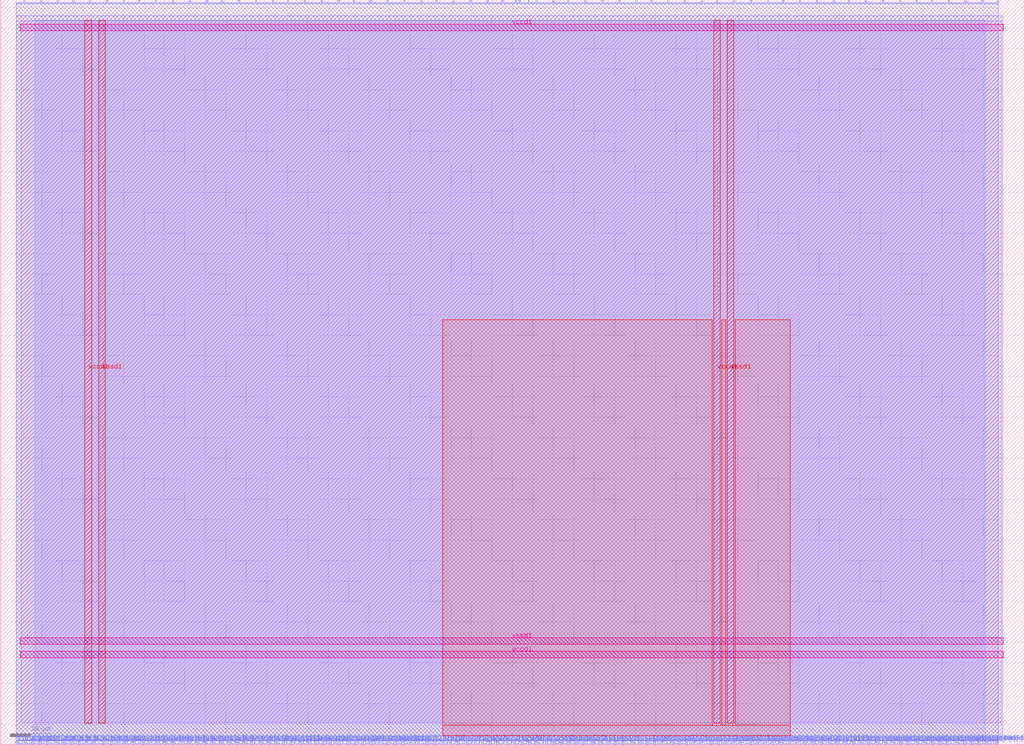
<source format=lef>
VERSION 5.7 ;
  NOWIREEXTENSIONATPIN ON ;
  DIVIDERCHAR "/" ;
  BUSBITCHARS "[]" ;
MACRO N_term_single
  CLASS BLOCK ;
  FOREIGN N_term_single ;
  ORIGIN 0.000 0.000 ;
  SIZE 250.000 BY 182.000 ;
  PIN Ci
    DIRECTION INPUT ;
    USE SIGNAL ;
    PORT
      LAYER met2 ;
        RECT 104.000 0.000 104.380 0.700 ;
    END
  END Ci
  PIN FrameStrobe[0]
    DIRECTION INPUT ;
    USE SIGNAL ;
    ANTENNAGATEAREA 0.196500 ;
    PORT
      LAYER met2 ;
        RECT 206.120 0.000 206.500 0.700 ;
    END
  END FrameStrobe[0]
  PIN FrameStrobe[10]
    DIRECTION INPUT ;
    USE SIGNAL ;
    ANTENNAGATEAREA 0.213000 ;
    PORT
      LAYER met2 ;
        RECT 225.440 0.000 225.820 0.700 ;
    END
  END FrameStrobe[10]
  PIN FrameStrobe[11]
    DIRECTION INPUT ;
    USE SIGNAL ;
    ANTENNAGATEAREA 0.213000 ;
    PORT
      LAYER met2 ;
        RECT 227.280 0.000 227.660 0.700 ;
    END
  END FrameStrobe[11]
  PIN FrameStrobe[12]
    DIRECTION INPUT ;
    USE SIGNAL ;
    ANTENNAGATEAREA 0.126000 ;
    PORT
      LAYER met2 ;
        RECT 229.120 0.000 229.500 0.700 ;
    END
  END FrameStrobe[12]
  PIN FrameStrobe[13]
    DIRECTION INPUT ;
    USE SIGNAL ;
    ANTENNAGATEAREA 0.213000 ;
    PORT
      LAYER met2 ;
        RECT 230.960 0.000 231.340 0.700 ;
    END
  END FrameStrobe[13]
  PIN FrameStrobe[14]
    DIRECTION INPUT ;
    USE SIGNAL ;
    ANTENNAGATEAREA 0.213000 ;
    PORT
      LAYER met2 ;
        RECT 233.260 0.000 233.640 0.700 ;
    END
  END FrameStrobe[14]
  PIN FrameStrobe[15]
    DIRECTION INPUT ;
    USE SIGNAL ;
    ANTENNAGATEAREA 0.213000 ;
    PORT
      LAYER met2 ;
        RECT 235.100 0.000 235.480 0.700 ;
    END
  END FrameStrobe[15]
  PIN FrameStrobe[16]
    DIRECTION INPUT ;
    USE SIGNAL ;
    ANTENNAGATEAREA 0.213000 ;
    PORT
      LAYER met2 ;
        RECT 236.940 0.000 237.320 0.700 ;
    END
  END FrameStrobe[16]
  PIN FrameStrobe[17]
    DIRECTION INPUT ;
    USE SIGNAL ;
    ANTENNAGATEAREA 0.126000 ;
    PORT
      LAYER met2 ;
        RECT 238.780 0.000 239.160 0.700 ;
    END
  END FrameStrobe[17]
  PIN FrameStrobe[18]
    DIRECTION INPUT ;
    USE SIGNAL ;
    ANTENNAGATEAREA 0.126000 ;
    PORT
      LAYER met2 ;
        RECT 240.620 0.000 241.000 0.700 ;
    END
  END FrameStrobe[18]
  PIN FrameStrobe[19]
    DIRECTION INPUT ;
    USE SIGNAL ;
    ANTENNAGATEAREA 0.213000 ;
    PORT
      LAYER met2 ;
        RECT 242.920 0.000 243.300 0.700 ;
    END
  END FrameStrobe[19]
  PIN FrameStrobe[1]
    DIRECTION INPUT ;
    USE SIGNAL ;
    ANTENNAGATEAREA 0.213000 ;
    PORT
      LAYER met2 ;
        RECT 207.960 0.000 208.340 0.700 ;
    END
  END FrameStrobe[1]
  PIN FrameStrobe[2]
    DIRECTION INPUT ;
    USE SIGNAL ;
    ANTENNAGATEAREA 0.213000 ;
    PORT
      LAYER met2 ;
        RECT 209.800 0.000 210.180 0.700 ;
    END
  END FrameStrobe[2]
  PIN FrameStrobe[3]
    DIRECTION INPUT ;
    USE SIGNAL ;
    ANTENNAGATEAREA 0.196500 ;
    PORT
      LAYER met2 ;
        RECT 211.640 0.000 212.020 0.700 ;
    END
  END FrameStrobe[3]
  PIN FrameStrobe[4]
    DIRECTION INPUT ;
    USE SIGNAL ;
    ANTENNAGATEAREA 0.126000 ;
    PORT
      LAYER met2 ;
        RECT 213.940 0.000 214.320 0.700 ;
    END
  END FrameStrobe[4]
  PIN FrameStrobe[5]
    DIRECTION INPUT ;
    USE SIGNAL ;
    ANTENNAGATEAREA 0.213000 ;
    PORT
      LAYER met2 ;
        RECT 215.780 0.000 216.160 0.700 ;
    END
  END FrameStrobe[5]
  PIN FrameStrobe[6]
    DIRECTION INPUT ;
    USE SIGNAL ;
    ANTENNAGATEAREA 0.126000 ;
    PORT
      LAYER met2 ;
        RECT 217.620 0.000 218.000 0.700 ;
    END
  END FrameStrobe[6]
  PIN FrameStrobe[7]
    DIRECTION INPUT ;
    USE SIGNAL ;
    ANTENNAGATEAREA 0.213000 ;
    PORT
      LAYER met2 ;
        RECT 219.460 0.000 219.840 0.700 ;
    END
  END FrameStrobe[7]
  PIN FrameStrobe[8]
    DIRECTION INPUT ;
    USE SIGNAL ;
    ANTENNAGATEAREA 0.213000 ;
    PORT
      LAYER met2 ;
        RECT 221.300 0.000 221.680 0.700 ;
    END
  END FrameStrobe[8]
  PIN FrameStrobe[9]
    DIRECTION INPUT ;
    USE SIGNAL ;
    ANTENNAGATEAREA 0.126000 ;
    PORT
      LAYER met2 ;
        RECT 223.600 0.000 223.980 0.700 ;
    END
  END FrameStrobe[9]
  PIN FrameStrobe_O[0]
    DIRECTION OUTPUT TRISTATE ;
    USE SIGNAL ;
    ANTENNADIFFAREA 0.795200 ;
    PORT
      LAYER met2 ;
        RECT 5.560 181.300 5.940 182.000 ;
    END
  END FrameStrobe_O[0]
  PIN FrameStrobe_O[10]
    DIRECTION OUTPUT TRISTATE ;
    USE SIGNAL ;
    ANTENNADIFFAREA 0.445500 ;
    PORT
      LAYER met2 ;
        RECT 46.040 181.300 46.420 182.000 ;
    END
  END FrameStrobe_O[10]
  PIN FrameStrobe_O[11]
    DIRECTION OUTPUT TRISTATE ;
    USE SIGNAL ;
    ANTENNADIFFAREA 0.445500 ;
    PORT
      LAYER met2 ;
        RECT 50.180 181.300 50.560 182.000 ;
    END
  END FrameStrobe_O[11]
  PIN FrameStrobe_O[12]
    DIRECTION OUTPUT TRISTATE ;
    USE SIGNAL ;
    ANTENNADIFFAREA 0.795200 ;
    PORT
      LAYER met2 ;
        RECT 53.860 181.300 54.240 182.000 ;
    END
  END FrameStrobe_O[12]
  PIN FrameStrobe_O[13]
    DIRECTION OUTPUT TRISTATE ;
    USE SIGNAL ;
    ANTENNADIFFAREA 0.445500 ;
    PORT
      LAYER met2 ;
        RECT 58.000 181.300 58.380 182.000 ;
    END
  END FrameStrobe_O[13]
  PIN FrameStrobe_O[14]
    DIRECTION OUTPUT TRISTATE ;
    USE SIGNAL ;
    ANTENNADIFFAREA 0.795200 ;
    PORT
      LAYER met2 ;
        RECT 62.140 181.300 62.520 182.000 ;
    END
  END FrameStrobe_O[14]
  PIN FrameStrobe_O[15]
    DIRECTION OUTPUT TRISTATE ;
    USE SIGNAL ;
    ANTENNADIFFAREA 0.445500 ;
    PORT
      LAYER met2 ;
        RECT 66.280 181.300 66.660 182.000 ;
    END
  END FrameStrobe_O[15]
  PIN FrameStrobe_O[16]
    DIRECTION OUTPUT TRISTATE ;
    USE SIGNAL ;
    ANTENNADIFFAREA 0.795200 ;
    PORT
      LAYER met2 ;
        RECT 69.960 181.300 70.340 182.000 ;
    END
  END FrameStrobe_O[16]
  PIN FrameStrobe_O[17]
    DIRECTION OUTPUT TRISTATE ;
    USE SIGNAL ;
    ANTENNADIFFAREA 0.795200 ;
    PORT
      LAYER met2 ;
        RECT 74.100 181.300 74.480 182.000 ;
    END
  END FrameStrobe_O[17]
  PIN FrameStrobe_O[18]
    DIRECTION OUTPUT TRISTATE ;
    USE SIGNAL ;
    ANTENNADIFFAREA 0.445500 ;
    PORT
      LAYER met2 ;
        RECT 78.240 181.300 78.620 182.000 ;
    END
  END FrameStrobe_O[18]
  PIN FrameStrobe_O[19]
    DIRECTION OUTPUT TRISTATE ;
    USE SIGNAL ;
    ANTENNADIFFAREA 0.795200 ;
    PORT
      LAYER met2 ;
        RECT 82.380 181.300 82.760 182.000 ;
    END
  END FrameStrobe_O[19]
  PIN FrameStrobe_O[1]
    DIRECTION OUTPUT TRISTATE ;
    USE SIGNAL ;
    ANTENNADIFFAREA 0.445500 ;
    PORT
      LAYER met2 ;
        RECT 9.700 181.300 10.080 182.000 ;
    END
  END FrameStrobe_O[1]
  PIN FrameStrobe_O[2]
    DIRECTION OUTPUT TRISTATE ;
    USE SIGNAL ;
    ANTENNADIFFAREA 0.795200 ;
    PORT
      LAYER met2 ;
        RECT 13.840 181.300 14.220 182.000 ;
    END
  END FrameStrobe_O[2]
  PIN FrameStrobe_O[3]
    DIRECTION OUTPUT TRISTATE ;
    USE SIGNAL ;
    ANTENNADIFFAREA 0.445500 ;
    PORT
      LAYER met2 ;
        RECT 17.520 181.300 17.900 182.000 ;
    END
  END FrameStrobe_O[3]
  PIN FrameStrobe_O[4]
    DIRECTION OUTPUT TRISTATE ;
    USE SIGNAL ;
    ANTENNADIFFAREA 0.795200 ;
    PORT
      LAYER met2 ;
        RECT 21.660 181.300 22.040 182.000 ;
    END
  END FrameStrobe_O[4]
  PIN FrameStrobe_O[5]
    DIRECTION OUTPUT TRISTATE ;
    USE SIGNAL ;
    ANTENNADIFFAREA 0.795200 ;
    PORT
      LAYER met2 ;
        RECT 25.800 181.300 26.180 182.000 ;
    END
  END FrameStrobe_O[5]
  PIN FrameStrobe_O[6]
    DIRECTION OUTPUT TRISTATE ;
    USE SIGNAL ;
    ANTENNADIFFAREA 0.445500 ;
    PORT
      LAYER met2 ;
        RECT 29.940 181.300 30.320 182.000 ;
    END
  END FrameStrobe_O[6]
  PIN FrameStrobe_O[7]
    DIRECTION OUTPUT TRISTATE ;
    USE SIGNAL ;
    ANTENNADIFFAREA 0.795200 ;
    PORT
      LAYER met2 ;
        RECT 33.620 181.300 34.000 182.000 ;
    END
  END FrameStrobe_O[7]
  PIN FrameStrobe_O[8]
    DIRECTION OUTPUT TRISTATE ;
    USE SIGNAL ;
    ANTENNADIFFAREA 0.445500 ;
    PORT
      LAYER met2 ;
        RECT 37.760 181.300 38.140 182.000 ;
    END
  END FrameStrobe_O[8]
  PIN FrameStrobe_O[9]
    DIRECTION OUTPUT TRISTATE ;
    USE SIGNAL ;
    ANTENNADIFFAREA 0.445500 ;
    PORT
      LAYER met2 ;
        RECT 41.900 181.300 42.280 182.000 ;
    END
  END FrameStrobe_O[9]
  PIN N1END[0]
    DIRECTION INPUT ;
    USE SIGNAL ;
    ANTENNAGATEAREA 0.213000 ;
    PORT
      LAYER met2 ;
        RECT 3.720 0.000 4.100 0.700 ;
    END
  END N1END[0]
  PIN N1END[1]
    DIRECTION INPUT ;
    USE SIGNAL ;
    ANTENNAGATEAREA 0.126000 ;
    PORT
      LAYER met2 ;
        RECT 5.560 0.000 5.940 0.700 ;
    END
  END N1END[1]
  PIN N1END[2]
    DIRECTION INPUT ;
    USE SIGNAL ;
    ANTENNAGATEAREA 0.126000 ;
    PORT
      LAYER met2 ;
        RECT 7.400 0.000 7.780 0.700 ;
    END
  END N1END[2]
  PIN N1END[3]
    DIRECTION INPUT ;
    USE SIGNAL ;
    ANTENNAGATEAREA 0.213000 ;
    PORT
      LAYER met2 ;
        RECT 9.240 0.000 9.620 0.700 ;
    END
  END N1END[3]
  PIN N2END[0]
    DIRECTION INPUT ;
    USE SIGNAL ;
    ANTENNAGATEAREA 0.126000 ;
    PORT
      LAYER met2 ;
        RECT 26.720 0.000 27.100 0.700 ;
    END
  END N2END[0]
  PIN N2END[1]
    DIRECTION INPUT ;
    USE SIGNAL ;
    ANTENNAGATEAREA 0.213000 ;
    PORT
      LAYER met2 ;
        RECT 28.560 0.000 28.940 0.700 ;
    END
  END N2END[1]
  PIN N2END[2]
    DIRECTION INPUT ;
    USE SIGNAL ;
    ANTENNAGATEAREA 0.213000 ;
    PORT
      LAYER met2 ;
        RECT 30.400 0.000 30.780 0.700 ;
    END
  END N2END[2]
  PIN N2END[3]
    DIRECTION INPUT ;
    USE SIGNAL ;
    ANTENNAGATEAREA 0.213000 ;
    PORT
      LAYER met2 ;
        RECT 32.240 0.000 32.620 0.700 ;
    END
  END N2END[3]
  PIN N2END[4]
    DIRECTION INPUT ;
    USE SIGNAL ;
    ANTENNAGATEAREA 0.126000 ;
    PORT
      LAYER met2 ;
        RECT 34.540 0.000 34.920 0.700 ;
    END
  END N2END[4]
  PIN N2END[5]
    DIRECTION INPUT ;
    USE SIGNAL ;
    ANTENNAGATEAREA 0.213000 ;
    PORT
      LAYER met2 ;
        RECT 36.380 0.000 36.760 0.700 ;
    END
  END N2END[5]
  PIN N2END[6]
    DIRECTION INPUT ;
    USE SIGNAL ;
    ANTENNAGATEAREA 0.213000 ;
    PORT
      LAYER met2 ;
        RECT 38.220 0.000 38.600 0.700 ;
    END
  END N2END[6]
  PIN N2END[7]
    DIRECTION INPUT ;
    USE SIGNAL ;
    ANTENNAGATEAREA 0.213000 ;
    PORT
      LAYER met2 ;
        RECT 40.060 0.000 40.440 0.700 ;
    END
  END N2END[7]
  PIN N2MID[0]
    DIRECTION INPUT ;
    USE SIGNAL ;
    ANTENNAGATEAREA 0.213000 ;
    PORT
      LAYER met2 ;
        RECT 11.080 0.000 11.460 0.700 ;
    END
  END N2MID[0]
  PIN N2MID[1]
    DIRECTION INPUT ;
    USE SIGNAL ;
    ANTENNAGATEAREA 0.213000 ;
    PORT
      LAYER met2 ;
        RECT 13.380 0.000 13.760 0.700 ;
    END
  END N2MID[1]
  PIN N2MID[2]
    DIRECTION INPUT ;
    USE SIGNAL ;
    ANTENNAGATEAREA 0.213000 ;
    PORT
      LAYER met2 ;
        RECT 15.220 0.000 15.600 0.700 ;
    END
  END N2MID[2]
  PIN N2MID[3]
    DIRECTION INPUT ;
    USE SIGNAL ;
    ANTENNAGATEAREA 0.213000 ;
    PORT
      LAYER met2 ;
        RECT 17.060 0.000 17.440 0.700 ;
    END
  END N2MID[3]
  PIN N2MID[4]
    DIRECTION INPUT ;
    USE SIGNAL ;
    ANTENNAGATEAREA 0.213000 ;
    PORT
      LAYER met2 ;
        RECT 18.900 0.000 19.280 0.700 ;
    END
  END N2MID[4]
  PIN N2MID[5]
    DIRECTION INPUT ;
    USE SIGNAL ;
    ANTENNAGATEAREA 0.213000 ;
    PORT
      LAYER met2 ;
        RECT 20.740 0.000 21.120 0.700 ;
    END
  END N2MID[5]
  PIN N2MID[6]
    DIRECTION INPUT ;
    USE SIGNAL ;
    ANTENNAGATEAREA 0.126000 ;
    PORT
      LAYER met2 ;
        RECT 22.580 0.000 22.960 0.700 ;
    END
  END N2MID[6]
  PIN N2MID[7]
    DIRECTION INPUT ;
    USE SIGNAL ;
    ANTENNAGATEAREA 0.213000 ;
    PORT
      LAYER met2 ;
        RECT 24.880 0.000 25.260 0.700 ;
    END
  END N2MID[7]
  PIN N4END[0]
    DIRECTION INPUT ;
    USE SIGNAL ;
    ANTENNAGATEAREA 0.196500 ;
    PORT
      LAYER met2 ;
        RECT 41.900 0.000 42.280 0.700 ;
    END
  END N4END[0]
  PIN N4END[10]
    DIRECTION INPUT ;
    USE SIGNAL ;
    ANTENNAGATEAREA 0.126000 ;
    PORT
      LAYER met2 ;
        RECT 61.220 0.000 61.600 0.700 ;
    END
  END N4END[10]
  PIN N4END[11]
    DIRECTION INPUT ;
    USE SIGNAL ;
    ANTENNAGATEAREA 0.196500 ;
    PORT
      LAYER met2 ;
        RECT 63.520 0.000 63.900 0.700 ;
    END
  END N4END[11]
  PIN N4END[12]
    DIRECTION INPUT ;
    USE SIGNAL ;
    PORT
      LAYER met2 ;
        RECT 65.360 0.000 65.740 0.700 ;
    END
  END N4END[12]
  PIN N4END[13]
    DIRECTION INPUT ;
    USE SIGNAL ;
    PORT
      LAYER met2 ;
        RECT 67.200 0.000 67.580 0.700 ;
    END
  END N4END[13]
  PIN N4END[14]
    DIRECTION INPUT ;
    USE SIGNAL ;
    PORT
      LAYER met2 ;
        RECT 69.040 0.000 69.420 0.700 ;
    END
  END N4END[14]
  PIN N4END[15]
    DIRECTION INPUT ;
    USE SIGNAL ;
    PORT
      LAYER met2 ;
        RECT 70.880 0.000 71.260 0.700 ;
    END
  END N4END[15]
  PIN N4END[1]
    DIRECTION INPUT ;
    USE SIGNAL ;
    ANTENNAGATEAREA 0.126000 ;
    PORT
      LAYER met2 ;
        RECT 44.200 0.000 44.580 0.700 ;
    END
  END N4END[1]
  PIN N4END[2]
    DIRECTION INPUT ;
    USE SIGNAL ;
    ANTENNAGATEAREA 0.126000 ;
    PORT
      LAYER met2 ;
        RECT 46.040 0.000 46.420 0.700 ;
    END
  END N4END[2]
  PIN N4END[3]
    DIRECTION INPUT ;
    USE SIGNAL ;
    ANTENNAGATEAREA 0.126000 ;
    PORT
      LAYER met2 ;
        RECT 47.880 0.000 48.260 0.700 ;
    END
  END N4END[3]
  PIN N4END[4]
    DIRECTION INPUT ;
    USE SIGNAL ;
    ANTENNAGATEAREA 0.126000 ;
    PORT
      LAYER met2 ;
        RECT 49.720 0.000 50.100 0.700 ;
    END
  END N4END[4]
  PIN N4END[5]
    DIRECTION INPUT ;
    USE SIGNAL ;
    ANTENNAGATEAREA 0.213000 ;
    PORT
      LAYER met2 ;
        RECT 51.560 0.000 51.940 0.700 ;
    END
  END N4END[5]
  PIN N4END[6]
    DIRECTION INPUT ;
    USE SIGNAL ;
    ANTENNAGATEAREA 0.196500 ;
    PORT
      LAYER met2 ;
        RECT 53.860 0.000 54.240 0.700 ;
    END
  END N4END[6]
  PIN N4END[7]
    DIRECTION INPUT ;
    USE SIGNAL ;
    ANTENNAGATEAREA 0.196500 ;
    PORT
      LAYER met2 ;
        RECT 55.700 0.000 56.080 0.700 ;
    END
  END N4END[7]
  PIN N4END[8]
    DIRECTION INPUT ;
    USE SIGNAL ;
    ANTENNAGATEAREA 0.126000 ;
    PORT
      LAYER met2 ;
        RECT 57.540 0.000 57.920 0.700 ;
    END
  END N4END[8]
  PIN N4END[9]
    DIRECTION INPUT ;
    USE SIGNAL ;
    ANTENNAGATEAREA 0.196500 ;
    PORT
      LAYER met2 ;
        RECT 59.380 0.000 59.760 0.700 ;
    END
  END N4END[9]
  PIN NN4END[0]
    DIRECTION INPUT ;
    USE SIGNAL ;
    ANTENNAGATEAREA 0.213000 ;
    PORT
      LAYER met2 ;
        RECT 73.180 0.000 73.560 0.700 ;
    END
  END NN4END[0]
  PIN NN4END[10]
    DIRECTION INPUT ;
    USE SIGNAL ;
    ANTENNAGATEAREA 0.196500 ;
    PORT
      LAYER met2 ;
        RECT 92.040 0.000 92.420 0.700 ;
    END
  END NN4END[10]
  PIN NN4END[11]
    DIRECTION INPUT ;
    USE SIGNAL ;
    ANTENNAGATEAREA 0.196500 ;
    PORT
      LAYER met2 ;
        RECT 94.340 0.000 94.720 0.700 ;
    END
  END NN4END[11]
  PIN NN4END[12]
    DIRECTION INPUT ;
    USE SIGNAL ;
    ANTENNAGATEAREA 0.196500 ;
    PORT
      LAYER met2 ;
        RECT 96.180 0.000 96.560 0.700 ;
    END
  END NN4END[12]
  PIN NN4END[13]
    DIRECTION INPUT ;
    USE SIGNAL ;
    ANTENNAGATEAREA 0.196500 ;
    PORT
      LAYER met2 ;
        RECT 98.020 0.000 98.400 0.700 ;
    END
  END NN4END[13]
  PIN NN4END[14]
    DIRECTION INPUT ;
    USE SIGNAL ;
    ANTENNAGATEAREA 0.196500 ;
    PORT
      LAYER met2 ;
        RECT 99.860 0.000 100.240 0.700 ;
    END
  END NN4END[14]
  PIN NN4END[15]
    DIRECTION INPUT ;
    USE SIGNAL ;
    ANTENNAGATEAREA 0.196500 ;
    PORT
      LAYER met2 ;
        RECT 101.700 0.000 102.080 0.700 ;
    END
  END NN4END[15]
  PIN NN4END[1]
    DIRECTION INPUT ;
    USE SIGNAL ;
    ANTENNAGATEAREA 0.126000 ;
    PORT
      LAYER met2 ;
        RECT 75.020 0.000 75.400 0.700 ;
    END
  END NN4END[1]
  PIN NN4END[2]
    DIRECTION INPUT ;
    USE SIGNAL ;
    ANTENNAGATEAREA 0.196500 ;
    PORT
      LAYER met2 ;
        RECT 76.860 0.000 77.240 0.700 ;
    END
  END NN4END[2]
  PIN NN4END[3]
    DIRECTION INPUT ;
    USE SIGNAL ;
    ANTENNAGATEAREA 0.126000 ;
    PORT
      LAYER met2 ;
        RECT 78.700 0.000 79.080 0.700 ;
    END
  END NN4END[3]
  PIN NN4END[4]
    DIRECTION INPUT ;
    USE SIGNAL ;
    ANTENNAGATEAREA 0.196500 ;
    PORT
      LAYER met2 ;
        RECT 80.540 0.000 80.920 0.700 ;
    END
  END NN4END[4]
  PIN NN4END[5]
    DIRECTION INPUT ;
    USE SIGNAL ;
    ANTENNAGATEAREA 0.196500 ;
    PORT
      LAYER met2 ;
        RECT 82.380 0.000 82.760 0.700 ;
    END
  END NN4END[5]
  PIN NN4END[6]
    DIRECTION INPUT ;
    USE SIGNAL ;
    ANTENNAGATEAREA 0.196500 ;
    PORT
      LAYER met2 ;
        RECT 84.680 0.000 85.060 0.700 ;
    END
  END NN4END[6]
  PIN NN4END[7]
    DIRECTION INPUT ;
    USE SIGNAL ;
    ANTENNAGATEAREA 0.196500 ;
    PORT
      LAYER met2 ;
        RECT 86.520 0.000 86.900 0.700 ;
    END
  END NN4END[7]
  PIN NN4END[8]
    DIRECTION INPUT ;
    USE SIGNAL ;
    ANTENNAGATEAREA 0.196500 ;
    PORT
      LAYER met2 ;
        RECT 88.360 0.000 88.740 0.700 ;
    END
  END NN4END[8]
  PIN NN4END[9]
    DIRECTION INPUT ;
    USE SIGNAL ;
    ANTENNAGATEAREA 0.196500 ;
    PORT
      LAYER met2 ;
        RECT 90.200 0.000 90.580 0.700 ;
    END
  END NN4END[9]
  PIN S1BEG[0]
    DIRECTION OUTPUT TRISTATE ;
    USE SIGNAL ;
    ANTENNADIFFAREA 0.445500 ;
    PORT
      LAYER met2 ;
        RECT 105.840 0.000 106.220 0.700 ;
    END
  END S1BEG[0]
  PIN S1BEG[1]
    DIRECTION OUTPUT TRISTATE ;
    USE SIGNAL ;
    ANTENNADIFFAREA 0.445500 ;
    PORT
      LAYER met2 ;
        RECT 107.680 0.000 108.060 0.700 ;
    END
  END S1BEG[1]
  PIN S1BEG[2]
    DIRECTION OUTPUT TRISTATE ;
    USE SIGNAL ;
    ANTENNADIFFAREA 0.795200 ;
    PORT
      LAYER met2 ;
        RECT 109.520 0.000 109.900 0.700 ;
    END
  END S1BEG[2]
  PIN S1BEG[3]
    DIRECTION OUTPUT TRISTATE ;
    USE SIGNAL ;
    ANTENNADIFFAREA 0.445500 ;
    PORT
      LAYER met2 ;
        RECT 111.360 0.000 111.740 0.700 ;
    END
  END S1BEG[3]
  PIN S2BEG[0]
    DIRECTION OUTPUT TRISTATE ;
    USE SIGNAL ;
    ANTENNADIFFAREA 0.445500 ;
    PORT
      LAYER met2 ;
        RECT 113.660 0.000 114.040 0.700 ;
    END
  END S2BEG[0]
  PIN S2BEG[1]
    DIRECTION OUTPUT TRISTATE ;
    USE SIGNAL ;
    ANTENNADIFFAREA 0.445500 ;
    PORT
      LAYER met2 ;
        RECT 115.500 0.000 115.880 0.700 ;
    END
  END S2BEG[1]
  PIN S2BEG[2]
    DIRECTION OUTPUT TRISTATE ;
    USE SIGNAL ;
    ANTENNADIFFAREA 0.795200 ;
    PORT
      LAYER met2 ;
        RECT 117.340 0.000 117.720 0.700 ;
    END
  END S2BEG[2]
  PIN S2BEG[3]
    DIRECTION OUTPUT TRISTATE ;
    USE SIGNAL ;
    ANTENNADIFFAREA 0.445500 ;
    PORT
      LAYER met2 ;
        RECT 119.180 0.000 119.560 0.700 ;
    END
  END S2BEG[3]
  PIN S2BEG[4]
    DIRECTION OUTPUT TRISTATE ;
    USE SIGNAL ;
    ANTENNADIFFAREA 0.445500 ;
    PORT
      LAYER met2 ;
        RECT 121.020 0.000 121.400 0.700 ;
    END
  END S2BEG[4]
  PIN S2BEG[5]
    DIRECTION OUTPUT TRISTATE ;
    USE SIGNAL ;
    ANTENNADIFFAREA 0.795200 ;
    PORT
      LAYER met2 ;
        RECT 123.320 0.000 123.700 0.700 ;
    END
  END S2BEG[5]
  PIN S2BEG[6]
    DIRECTION OUTPUT TRISTATE ;
    USE SIGNAL ;
    ANTENNADIFFAREA 0.445500 ;
    PORT
      LAYER met2 ;
        RECT 125.160 0.000 125.540 0.700 ;
    END
  END S2BEG[6]
  PIN S2BEG[7]
    DIRECTION OUTPUT TRISTATE ;
    USE SIGNAL ;
    ANTENNADIFFAREA 0.445500 ;
    PORT
      LAYER met2 ;
        RECT 127.000 0.000 127.380 0.700 ;
    END
  END S2BEG[7]
  PIN S2BEGb[0]
    DIRECTION OUTPUT TRISTATE ;
    USE SIGNAL ;
    ANTENNADIFFAREA 0.445500 ;
    PORT
      LAYER met2 ;
        RECT 128.840 0.000 129.220 0.700 ;
    END
  END S2BEGb[0]
  PIN S2BEGb[1]
    DIRECTION OUTPUT TRISTATE ;
    USE SIGNAL ;
    ANTENNADIFFAREA 0.795200 ;
    PORT
      LAYER met2 ;
        RECT 130.680 0.000 131.060 0.700 ;
    END
  END S2BEGb[1]
  PIN S2BEGb[2]
    DIRECTION OUTPUT TRISTATE ;
    USE SIGNAL ;
    ANTENNADIFFAREA 0.445500 ;
    PORT
      LAYER met2 ;
        RECT 132.980 0.000 133.360 0.700 ;
    END
  END S2BEGb[2]
  PIN S2BEGb[3]
    DIRECTION OUTPUT TRISTATE ;
    USE SIGNAL ;
    ANTENNADIFFAREA 0.445500 ;
    PORT
      LAYER met2 ;
        RECT 134.820 0.000 135.200 0.700 ;
    END
  END S2BEGb[3]
  PIN S2BEGb[4]
    DIRECTION OUTPUT TRISTATE ;
    USE SIGNAL ;
    ANTENNADIFFAREA 0.795200 ;
    PORT
      LAYER met2 ;
        RECT 136.660 0.000 137.040 0.700 ;
    END
  END S2BEGb[4]
  PIN S2BEGb[5]
    DIRECTION OUTPUT TRISTATE ;
    USE SIGNAL ;
    ANTENNADIFFAREA 0.445500 ;
    PORT
      LAYER met2 ;
        RECT 138.500 0.000 138.880 0.700 ;
    END
  END S2BEGb[5]
  PIN S2BEGb[6]
    DIRECTION OUTPUT TRISTATE ;
    USE SIGNAL ;
    ANTENNADIFFAREA 0.445500 ;
    PORT
      LAYER met2 ;
        RECT 140.340 0.000 140.720 0.700 ;
    END
  END S2BEGb[6]
  PIN S2BEGb[7]
    DIRECTION OUTPUT TRISTATE ;
    USE SIGNAL ;
    ANTENNADIFFAREA 0.445500 ;
    PORT
      LAYER met2 ;
        RECT 142.180 0.000 142.560 0.700 ;
    END
  END S2BEGb[7]
  PIN S4BEG[0]
    DIRECTION OUTPUT TRISTATE ;
    USE SIGNAL ;
    ANTENNADIFFAREA 0.795200 ;
    PORT
      LAYER met2 ;
        RECT 144.480 0.000 144.860 0.700 ;
    END
  END S4BEG[0]
  PIN S4BEG[10]
    DIRECTION OUTPUT TRISTATE ;
    USE SIGNAL ;
    ANTENNADIFFAREA 0.795200 ;
    PORT
      LAYER met2 ;
        RECT 163.800 0.000 164.180 0.700 ;
    END
  END S4BEG[10]
  PIN S4BEG[11]
    DIRECTION OUTPUT TRISTATE ;
    USE SIGNAL ;
    ANTENNADIFFAREA 0.795200 ;
    PORT
      LAYER met2 ;
        RECT 165.640 0.000 166.020 0.700 ;
    END
  END S4BEG[11]
  PIN S4BEG[12]
    DIRECTION OUTPUT TRISTATE ;
    USE SIGNAL ;
    ANTENNADIFFAREA 0.795200 ;
    PORT
      LAYER met2 ;
        RECT 167.480 0.000 167.860 0.700 ;
    END
  END S4BEG[12]
  PIN S4BEG[13]
    DIRECTION OUTPUT TRISTATE ;
    USE SIGNAL ;
    ANTENNADIFFAREA 0.795200 ;
    PORT
      LAYER met2 ;
        RECT 169.320 0.000 169.700 0.700 ;
    END
  END S4BEG[13]
  PIN S4BEG[14]
    DIRECTION OUTPUT TRISTATE ;
    USE SIGNAL ;
    ANTENNADIFFAREA 0.795200 ;
    PORT
      LAYER met2 ;
        RECT 171.160 0.000 171.540 0.700 ;
    END
  END S4BEG[14]
  PIN S4BEG[15]
    DIRECTION OUTPUT TRISTATE ;
    USE SIGNAL ;
    ANTENNADIFFAREA 0.445500 ;
    PORT
      LAYER met2 ;
        RECT 173.460 0.000 173.840 0.700 ;
    END
  END S4BEG[15]
  PIN S4BEG[1]
    DIRECTION OUTPUT TRISTATE ;
    USE SIGNAL ;
    ANTENNADIFFAREA 0.445500 ;
    PORT
      LAYER met2 ;
        RECT 146.320 0.000 146.700 0.700 ;
    END
  END S4BEG[1]
  PIN S4BEG[2]
    DIRECTION OUTPUT TRISTATE ;
    USE SIGNAL ;
    ANTENNADIFFAREA 0.795200 ;
    PORT
      LAYER met2 ;
        RECT 148.160 0.000 148.540 0.700 ;
    END
  END S4BEG[2]
  PIN S4BEG[3]
    DIRECTION OUTPUT TRISTATE ;
    USE SIGNAL ;
    ANTENNADIFFAREA 0.795200 ;
    PORT
      LAYER met2 ;
        RECT 150.000 0.000 150.380 0.700 ;
    END
  END S4BEG[3]
  PIN S4BEG[4]
    DIRECTION OUTPUT TRISTATE ;
    USE SIGNAL ;
    ANTENNADIFFAREA 0.445500 ;
    PORT
      LAYER met2 ;
        RECT 151.840 0.000 152.220 0.700 ;
    END
  END S4BEG[4]
  PIN S4BEG[5]
    DIRECTION OUTPUT TRISTATE ;
    USE SIGNAL ;
    ANTENNADIFFAREA 0.445500 ;
    PORT
      LAYER met2 ;
        RECT 154.140 0.000 154.520 0.700 ;
    END
  END S4BEG[5]
  PIN S4BEG[6]
    DIRECTION OUTPUT TRISTATE ;
    USE SIGNAL ;
    ANTENNADIFFAREA 0.795200 ;
    PORT
      LAYER met2 ;
        RECT 155.980 0.000 156.360 0.700 ;
    END
  END S4BEG[6]
  PIN S4BEG[7]
    DIRECTION OUTPUT TRISTATE ;
    USE SIGNAL ;
    ANTENNADIFFAREA 0.795200 ;
    PORT
      LAYER met2 ;
        RECT 157.820 0.000 158.200 0.700 ;
    END
  END S4BEG[7]
  PIN S4BEG[8]
    DIRECTION OUTPUT TRISTATE ;
    USE SIGNAL ;
    ANTENNADIFFAREA 0.795200 ;
    PORT
      LAYER met2 ;
        RECT 159.660 0.000 160.040 0.700 ;
    END
  END S4BEG[8]
  PIN S4BEG[9]
    DIRECTION OUTPUT TRISTATE ;
    USE SIGNAL ;
    ANTENNADIFFAREA 0.795200 ;
    PORT
      LAYER met2 ;
        RECT 161.500 0.000 161.880 0.700 ;
    END
  END S4BEG[9]
  PIN SS4BEG[0]
    DIRECTION OUTPUT TRISTATE ;
    USE SIGNAL ;
    ANTENNADIFFAREA 0.795200 ;
    PORT
      LAYER met2 ;
        RECT 175.300 0.000 175.680 0.700 ;
    END
  END SS4BEG[0]
  PIN SS4BEG[10]
    DIRECTION OUTPUT TRISTATE ;
    USE SIGNAL ;
    ANTENNADIFFAREA 0.795200 ;
    PORT
      LAYER met2 ;
        RECT 194.620 0.000 195.000 0.700 ;
    END
  END SS4BEG[10]
  PIN SS4BEG[11]
    DIRECTION OUTPUT TRISTATE ;
    USE SIGNAL ;
    ANTENNADIFFAREA 0.795200 ;
    PORT
      LAYER met2 ;
        RECT 196.460 0.000 196.840 0.700 ;
    END
  END SS4BEG[11]
  PIN SS4BEG[12]
    DIRECTION OUTPUT TRISTATE ;
    USE SIGNAL ;
    ANTENNADIFFAREA 0.795200 ;
    PORT
      LAYER met2 ;
        RECT 198.300 0.000 198.680 0.700 ;
    END
  END SS4BEG[12]
  PIN SS4BEG[13]
    DIRECTION OUTPUT TRISTATE ;
    USE SIGNAL ;
    ANTENNADIFFAREA 0.795200 ;
    PORT
      LAYER met2 ;
        RECT 200.140 0.000 200.520 0.700 ;
    END
  END SS4BEG[13]
  PIN SS4BEG[14]
    DIRECTION OUTPUT TRISTATE ;
    USE SIGNAL ;
    ANTENNADIFFAREA 0.795200 ;
    PORT
      LAYER met2 ;
        RECT 201.980 0.000 202.360 0.700 ;
    END
  END SS4BEG[14]
  PIN SS4BEG[15]
    DIRECTION OUTPUT TRISTATE ;
    USE SIGNAL ;
    ANTENNADIFFAREA 0.795200 ;
    PORT
      LAYER met2 ;
        RECT 204.280 0.000 204.660 0.700 ;
    END
  END SS4BEG[15]
  PIN SS4BEG[1]
    DIRECTION OUTPUT TRISTATE ;
    USE SIGNAL ;
    ANTENNADIFFAREA 0.795200 ;
    PORT
      LAYER met2 ;
        RECT 177.140 0.000 177.520 0.700 ;
    END
  END SS4BEG[1]
  PIN SS4BEG[2]
    DIRECTION OUTPUT TRISTATE ;
    USE SIGNAL ;
    ANTENNADIFFAREA 0.795200 ;
    PORT
      LAYER met2 ;
        RECT 178.980 0.000 179.360 0.700 ;
    END
  END SS4BEG[2]
  PIN SS4BEG[3]
    DIRECTION OUTPUT TRISTATE ;
    USE SIGNAL ;
    ANTENNADIFFAREA 0.795200 ;
    PORT
      LAYER met2 ;
        RECT 180.820 0.000 181.200 0.700 ;
    END
  END SS4BEG[3]
  PIN SS4BEG[4]
    DIRECTION OUTPUT TRISTATE ;
    USE SIGNAL ;
    ANTENNADIFFAREA 0.795200 ;
    PORT
      LAYER met2 ;
        RECT 183.120 0.000 183.500 0.700 ;
    END
  END SS4BEG[4]
  PIN SS4BEG[5]
    DIRECTION OUTPUT TRISTATE ;
    USE SIGNAL ;
    ANTENNADIFFAREA 0.795200 ;
    PORT
      LAYER met2 ;
        RECT 184.960 0.000 185.340 0.700 ;
    END
  END SS4BEG[5]
  PIN SS4BEG[6]
    DIRECTION OUTPUT TRISTATE ;
    USE SIGNAL ;
    ANTENNADIFFAREA 0.445500 ;
    PORT
      LAYER met2 ;
        RECT 186.800 0.000 187.180 0.700 ;
    END
  END SS4BEG[6]
  PIN SS4BEG[7]
    DIRECTION OUTPUT TRISTATE ;
    USE SIGNAL ;
    ANTENNADIFFAREA 0.445500 ;
    PORT
      LAYER met2 ;
        RECT 188.640 0.000 189.020 0.700 ;
    END
  END SS4BEG[7]
  PIN SS4BEG[8]
    DIRECTION OUTPUT TRISTATE ;
    USE SIGNAL ;
    ANTENNADIFFAREA 0.795200 ;
    PORT
      LAYER met2 ;
        RECT 190.480 0.000 190.860 0.700 ;
    END
  END SS4BEG[8]
  PIN SS4BEG[9]
    DIRECTION OUTPUT TRISTATE ;
    USE SIGNAL ;
    ANTENNADIFFAREA 0.795200 ;
    PORT
      LAYER met2 ;
        RECT 192.780 0.000 193.160 0.700 ;
    END
  END SS4BEG[9]
  PIN UIO_TOP_UIN0
    DIRECTION INPUT ;
    USE SIGNAL ;
    ANTENNAGATEAREA 0.196500 ;
    PORT
      LAYER met2 ;
        RECT 167.020 181.300 167.400 182.000 ;
    END
  END UIO_TOP_UIN0
  PIN UIO_TOP_UIN1
    DIRECTION INPUT ;
    USE SIGNAL ;
    ANTENNAGATEAREA 0.196500 ;
    PORT
      LAYER met2 ;
        RECT 171.160 181.300 171.540 182.000 ;
    END
  END UIO_TOP_UIN1
  PIN UIO_TOP_UIN10
    DIRECTION INPUT ;
    USE SIGNAL ;
    ANTENNAGATEAREA 0.196500 ;
    PORT
      LAYER met2 ;
        RECT 174.840 181.300 175.220 182.000 ;
    END
  END UIO_TOP_UIN10
  PIN UIO_TOP_UIN11
    DIRECTION INPUT ;
    USE SIGNAL ;
    ANTENNAGATEAREA 0.196500 ;
    PORT
      LAYER met2 ;
        RECT 178.980 181.300 179.360 182.000 ;
    END
  END UIO_TOP_UIN11
  PIN UIO_TOP_UIN12
    DIRECTION INPUT ;
    USE SIGNAL ;
    ANTENNAGATEAREA 0.196500 ;
    PORT
      LAYER met2 ;
        RECT 183.120 181.300 183.500 182.000 ;
    END
  END UIO_TOP_UIN12
  PIN UIO_TOP_UIN13
    DIRECTION INPUT ;
    USE SIGNAL ;
    ANTENNAGATEAREA 0.126000 ;
    PORT
      LAYER met2 ;
        RECT 187.260 181.300 187.640 182.000 ;
    END
  END UIO_TOP_UIN13
  PIN UIO_TOP_UIN14
    DIRECTION INPUT ;
    USE SIGNAL ;
    ANTENNAGATEAREA 0.126000 ;
    PORT
      LAYER met2 ;
        RECT 190.940 181.300 191.320 182.000 ;
    END
  END UIO_TOP_UIN14
  PIN UIO_TOP_UIN15
    DIRECTION INPUT ;
    USE SIGNAL ;
    ANTENNAGATEAREA 0.126000 ;
    PORT
      LAYER met2 ;
        RECT 195.080 181.300 195.460 182.000 ;
    END
  END UIO_TOP_UIN15
  PIN UIO_TOP_UIN16
    DIRECTION INPUT ;
    USE SIGNAL ;
    ANTENNAGATEAREA 0.213000 ;
    PORT
      LAYER met2 ;
        RECT 199.220 181.300 199.600 182.000 ;
    END
  END UIO_TOP_UIN16
  PIN UIO_TOP_UIN17
    DIRECTION INPUT ;
    USE SIGNAL ;
    ANTENNAGATEAREA 0.213000 ;
    PORT
      LAYER met2 ;
        RECT 203.360 181.300 203.740 182.000 ;
    END
  END UIO_TOP_UIN17
  PIN UIO_TOP_UIN18
    DIRECTION INPUT ;
    USE SIGNAL ;
    ANTENNAGATEAREA 0.213000 ;
    PORT
      LAYER met2 ;
        RECT 207.040 181.300 207.420 182.000 ;
    END
  END UIO_TOP_UIN18
  PIN UIO_TOP_UIN19
    DIRECTION INPUT ;
    USE SIGNAL ;
    ANTENNAGATEAREA 0.213000 ;
    PORT
      LAYER met2 ;
        RECT 211.180 181.300 211.560 182.000 ;
    END
  END UIO_TOP_UIN19
  PIN UIO_TOP_UIN2
    DIRECTION INPUT ;
    USE SIGNAL ;
    ANTENNAGATEAREA 0.213000 ;
    PORT
      LAYER met2 ;
        RECT 215.320 181.300 215.700 182.000 ;
    END
  END UIO_TOP_UIN2
  PIN UIO_TOP_UIN3
    DIRECTION INPUT ;
    USE SIGNAL ;
    ANTENNAGATEAREA 0.126000 ;
    PORT
      LAYER met2 ;
        RECT 219.460 181.300 219.840 182.000 ;
    END
  END UIO_TOP_UIN3
  PIN UIO_TOP_UIN4
    DIRECTION INPUT ;
    USE SIGNAL ;
    ANTENNAGATEAREA 0.213000 ;
    PORT
      LAYER met2 ;
        RECT 223.600 181.300 223.980 182.000 ;
    END
  END UIO_TOP_UIN4
  PIN UIO_TOP_UIN5
    DIRECTION INPUT ;
    USE SIGNAL ;
    ANTENNAGATEAREA 0.213000 ;
    PORT
      LAYER met2 ;
        RECT 227.280 181.300 227.660 182.000 ;
    END
  END UIO_TOP_UIN5
  PIN UIO_TOP_UIN6
    DIRECTION INPUT ;
    USE SIGNAL ;
    ANTENNAGATEAREA 0.213000 ;
    PORT
      LAYER met2 ;
        RECT 231.420 181.300 231.800 182.000 ;
    END
  END UIO_TOP_UIN6
  PIN UIO_TOP_UIN7
    DIRECTION INPUT ;
    USE SIGNAL ;
    ANTENNAGATEAREA 0.126000 ;
    PORT
      LAYER met2 ;
        RECT 235.560 181.300 235.940 182.000 ;
    END
  END UIO_TOP_UIN7
  PIN UIO_TOP_UIN8
    DIRECTION INPUT ;
    USE SIGNAL ;
    ANTENNAGATEAREA 0.213000 ;
    PORT
      LAYER met2 ;
        RECT 239.700 181.300 240.080 182.000 ;
    END
  END UIO_TOP_UIN8
  PIN UIO_TOP_UIN9
    DIRECTION INPUT ;
    USE SIGNAL ;
    ANTENNAGATEAREA 0.126000 ;
    PORT
      LAYER met2 ;
        RECT 243.380 181.300 243.760 182.000 ;
    END
  END UIO_TOP_UIN9
  PIN UIO_TOP_UOUT0
    DIRECTION OUTPUT TRISTATE ;
    USE SIGNAL ;
    ANTENNADIFFAREA 0.445500 ;
    PORT
      LAYER met2 ;
        RECT 86.060 181.300 86.440 182.000 ;
    END
  END UIO_TOP_UOUT0
  PIN UIO_TOP_UOUT1
    DIRECTION OUTPUT TRISTATE ;
    USE SIGNAL ;
    ANTENNADIFFAREA 0.795200 ;
    PORT
      LAYER met2 ;
        RECT 90.200 181.300 90.580 182.000 ;
    END
  END UIO_TOP_UOUT1
  PIN UIO_TOP_UOUT10
    DIRECTION OUTPUT TRISTATE ;
    USE SIGNAL ;
    ANTENNADIFFAREA 0.795200 ;
    PORT
      LAYER met2 ;
        RECT 94.340 181.300 94.720 182.000 ;
    END
  END UIO_TOP_UOUT10
  PIN UIO_TOP_UOUT11
    DIRECTION OUTPUT TRISTATE ;
    USE SIGNAL ;
    ANTENNADIFFAREA 0.445500 ;
    PORT
      LAYER met2 ;
        RECT 98.480 181.300 98.860 182.000 ;
    END
  END UIO_TOP_UOUT11
  PIN UIO_TOP_UOUT12
    DIRECTION OUTPUT TRISTATE ;
    USE SIGNAL ;
    ANTENNADIFFAREA 0.795200 ;
    PORT
      LAYER met2 ;
        RECT 102.620 181.300 103.000 182.000 ;
    END
  END UIO_TOP_UOUT12
  PIN UIO_TOP_UOUT13
    DIRECTION OUTPUT TRISTATE ;
    USE SIGNAL ;
    ANTENNADIFFAREA 0.445500 ;
    PORT
      LAYER met2 ;
        RECT 106.300 181.300 106.680 182.000 ;
    END
  END UIO_TOP_UOUT13
  PIN UIO_TOP_UOUT14
    DIRECTION OUTPUT TRISTATE ;
    USE SIGNAL ;
    ANTENNADIFFAREA 0.795200 ;
    PORT
      LAYER met2 ;
        RECT 110.440 181.300 110.820 182.000 ;
    END
  END UIO_TOP_UOUT14
  PIN UIO_TOP_UOUT15
    DIRECTION OUTPUT TRISTATE ;
    USE SIGNAL ;
    ANTENNADIFFAREA 0.445500 ;
    PORT
      LAYER met2 ;
        RECT 114.580 181.300 114.960 182.000 ;
    END
  END UIO_TOP_UOUT15
  PIN UIO_TOP_UOUT16
    DIRECTION OUTPUT TRISTATE ;
    USE SIGNAL ;
    ANTENNADIFFAREA 0.445500 ;
    PORT
      LAYER met2 ;
        RECT 118.720 181.300 119.100 182.000 ;
    END
  END UIO_TOP_UOUT16
  PIN UIO_TOP_UOUT17
    DIRECTION OUTPUT TRISTATE ;
    USE SIGNAL ;
    ANTENNADIFFAREA 0.795200 ;
    PORT
      LAYER met2 ;
        RECT 122.400 181.300 122.780 182.000 ;
    END
  END UIO_TOP_UOUT17
  PIN UIO_TOP_UOUT18
    DIRECTION OUTPUT TRISTATE ;
    USE SIGNAL ;
    ANTENNADIFFAREA 0.445500 ;
    PORT
      LAYER met2 ;
        RECT 126.540 181.300 126.920 182.000 ;
    END
  END UIO_TOP_UOUT18
  PIN UIO_TOP_UOUT19
    DIRECTION OUTPUT TRISTATE ;
    USE SIGNAL ;
    ANTENNADIFFAREA 0.795200 ;
    PORT
      LAYER met2 ;
        RECT 130.680 181.300 131.060 182.000 ;
    END
  END UIO_TOP_UOUT19
  PIN UIO_TOP_UOUT2
    DIRECTION OUTPUT TRISTATE ;
    USE SIGNAL ;
    ANTENNADIFFAREA 0.445500 ;
    PORT
      LAYER met2 ;
        RECT 134.820 181.300 135.200 182.000 ;
    END
  END UIO_TOP_UOUT2
  PIN UIO_TOP_UOUT3
    DIRECTION OUTPUT TRISTATE ;
    USE SIGNAL ;
    ANTENNADIFFAREA 0.795200 ;
    PORT
      LAYER met2 ;
        RECT 138.500 181.300 138.880 182.000 ;
    END
  END UIO_TOP_UOUT3
  PIN UIO_TOP_UOUT4
    DIRECTION OUTPUT TRISTATE ;
    USE SIGNAL ;
    ANTENNADIFFAREA 0.795200 ;
    PORT
      LAYER met2 ;
        RECT 142.640 181.300 143.020 182.000 ;
    END
  END UIO_TOP_UOUT4
  PIN UIO_TOP_UOUT5
    DIRECTION OUTPUT TRISTATE ;
    USE SIGNAL ;
    ANTENNADIFFAREA 0.445500 ;
    PORT
      LAYER met2 ;
        RECT 146.780 181.300 147.160 182.000 ;
    END
  END UIO_TOP_UOUT5
  PIN UIO_TOP_UOUT6
    DIRECTION OUTPUT TRISTATE ;
    USE SIGNAL ;
    ANTENNADIFFAREA 0.795200 ;
    PORT
      LAYER met2 ;
        RECT 150.920 181.300 151.300 182.000 ;
    END
  END UIO_TOP_UOUT6
  PIN UIO_TOP_UOUT7
    DIRECTION OUTPUT TRISTATE ;
    USE SIGNAL ;
    ANTENNADIFFAREA 0.445500 ;
    PORT
      LAYER met2 ;
        RECT 155.060 181.300 155.440 182.000 ;
    END
  END UIO_TOP_UOUT7
  PIN UIO_TOP_UOUT8
    DIRECTION OUTPUT TRISTATE ;
    USE SIGNAL ;
    ANTENNADIFFAREA 0.795200 ;
    PORT
      LAYER met2 ;
        RECT 158.740 181.300 159.120 182.000 ;
    END
  END UIO_TOP_UOUT8
  PIN UIO_TOP_UOUT9
    DIRECTION OUTPUT TRISTATE ;
    USE SIGNAL ;
    ANTENNADIFFAREA 0.445500 ;
    PORT
      LAYER met2 ;
        RECT 162.880 181.300 163.260 182.000 ;
    END
  END UIO_TOP_UOUT9
  PIN UserCLK
    DIRECTION INPUT ;
    USE SIGNAL ;
    ANTENNAGATEAREA 0.159000 ;
    PORT
      LAYER met2 ;
        RECT 128.890 181.300 129.170 182.000 ;
    END
  END UserCLK
  PIN UserCLKo
    DIRECTION OUTPUT TRISTATE ;
    USE SIGNAL ;
    ANTENNADIFFAREA 0.340600 ;
    PORT
      LAYER met2 ;
        RECT 125.670 181.300 125.950 182.000 ;
    END
  END UserCLKo
  PIN vccd1
    DIRECTION INOUT ;
    USE POWER ;
    PORT
      LAYER met4 ;
        RECT 20.580 5.200 22.180 177.040 ;
    END
    PORT
      LAYER met4 ;
        RECT 174.180 5.200 175.780 177.040 ;
    END
    PORT
      LAYER met5 ;
        RECT 4.820 21.290 244.960 22.890 ;
    END
    PORT
      LAYER met5 ;
        RECT 4.820 174.470 244.960 176.070 ;
    END
  END vccd1
  PIN vssd1
    DIRECTION INOUT ;
    USE GROUND ;
    PORT
      LAYER met4 ;
        RECT 23.880 5.200 25.480 177.040 ;
    END
    PORT
      LAYER met4 ;
        RECT 177.480 5.200 179.080 177.040 ;
    END
    PORT
      LAYER met5 ;
        RECT 4.820 24.590 244.960 26.190 ;
    END
  END vssd1
  OBS
      LAYER li1 ;
        RECT 5.060 5.355 244.720 176.885 ;
      LAYER met1 ;
        RECT 3.750 1.060 244.720 178.120 ;
      LAYER met2 ;
        RECT 3.780 181.020 5.280 181.300 ;
        RECT 6.220 181.020 9.420 181.300 ;
        RECT 10.360 181.020 13.560 181.300 ;
        RECT 14.500 181.020 17.240 181.300 ;
        RECT 18.180 181.020 21.380 181.300 ;
        RECT 22.320 181.020 25.520 181.300 ;
        RECT 26.460 181.020 29.660 181.300 ;
        RECT 30.600 181.020 33.340 181.300 ;
        RECT 34.280 181.020 37.480 181.300 ;
        RECT 38.420 181.020 41.620 181.300 ;
        RECT 42.560 181.020 45.760 181.300 ;
        RECT 46.700 181.020 49.900 181.300 ;
        RECT 50.840 181.020 53.580 181.300 ;
        RECT 54.520 181.020 57.720 181.300 ;
        RECT 58.660 181.020 61.860 181.300 ;
        RECT 62.800 181.020 66.000 181.300 ;
        RECT 66.940 181.020 69.680 181.300 ;
        RECT 70.620 181.020 73.820 181.300 ;
        RECT 74.760 181.020 77.960 181.300 ;
        RECT 78.900 181.020 82.100 181.300 ;
        RECT 83.040 181.020 85.780 181.300 ;
        RECT 86.720 181.020 89.920 181.300 ;
        RECT 90.860 181.020 94.060 181.300 ;
        RECT 95.000 181.020 98.200 181.300 ;
        RECT 99.140 181.020 102.340 181.300 ;
        RECT 103.280 181.020 106.020 181.300 ;
        RECT 106.960 181.020 110.160 181.300 ;
        RECT 111.100 181.020 114.300 181.300 ;
        RECT 115.240 181.020 118.440 181.300 ;
        RECT 119.380 181.020 122.120 181.300 ;
        RECT 123.060 181.020 125.390 181.300 ;
        RECT 126.230 181.020 126.260 181.300 ;
        RECT 127.200 181.020 128.610 181.300 ;
        RECT 129.450 181.020 130.400 181.300 ;
        RECT 131.340 181.020 134.540 181.300 ;
        RECT 135.480 181.020 138.220 181.300 ;
        RECT 139.160 181.020 142.360 181.300 ;
        RECT 143.300 181.020 146.500 181.300 ;
        RECT 147.440 181.020 150.640 181.300 ;
        RECT 151.580 181.020 154.780 181.300 ;
        RECT 155.720 181.020 158.460 181.300 ;
        RECT 159.400 181.020 162.600 181.300 ;
        RECT 163.540 181.020 166.740 181.300 ;
        RECT 167.680 181.020 170.880 181.300 ;
        RECT 171.820 181.020 174.560 181.300 ;
        RECT 175.500 181.020 178.700 181.300 ;
        RECT 179.640 181.020 182.840 181.300 ;
        RECT 183.780 181.020 186.980 181.300 ;
        RECT 187.920 181.020 190.660 181.300 ;
        RECT 191.600 181.020 194.800 181.300 ;
        RECT 195.740 181.020 198.940 181.300 ;
        RECT 199.880 181.020 203.080 181.300 ;
        RECT 204.020 181.020 206.760 181.300 ;
        RECT 207.700 181.020 210.900 181.300 ;
        RECT 211.840 181.020 215.040 181.300 ;
        RECT 215.980 181.020 219.180 181.300 ;
        RECT 220.120 181.020 223.320 181.300 ;
        RECT 224.260 181.020 227.000 181.300 ;
        RECT 227.940 181.020 231.140 181.300 ;
        RECT 232.080 181.020 235.280 181.300 ;
        RECT 236.220 181.020 239.420 181.300 ;
        RECT 240.360 181.020 243.100 181.300 ;
        RECT 3.780 0.980 243.640 181.020 ;
        RECT 4.380 0.270 5.280 0.980 ;
        RECT 6.220 0.270 7.120 0.980 ;
        RECT 8.060 0.270 8.960 0.980 ;
        RECT 9.900 0.270 10.800 0.980 ;
        RECT 11.740 0.270 13.100 0.980 ;
        RECT 14.040 0.270 14.940 0.980 ;
        RECT 15.880 0.270 16.780 0.980 ;
        RECT 17.720 0.270 18.620 0.980 ;
        RECT 19.560 0.270 20.460 0.980 ;
        RECT 21.400 0.270 22.300 0.980 ;
        RECT 23.240 0.270 24.600 0.980 ;
        RECT 25.540 0.270 26.440 0.980 ;
        RECT 27.380 0.270 28.280 0.980 ;
        RECT 29.220 0.270 30.120 0.980 ;
        RECT 31.060 0.270 31.960 0.980 ;
        RECT 32.900 0.270 34.260 0.980 ;
        RECT 35.200 0.270 36.100 0.980 ;
        RECT 37.040 0.270 37.940 0.980 ;
        RECT 38.880 0.270 39.780 0.980 ;
        RECT 40.720 0.270 41.620 0.980 ;
        RECT 42.560 0.270 43.920 0.980 ;
        RECT 44.860 0.270 45.760 0.980 ;
        RECT 46.700 0.270 47.600 0.980 ;
        RECT 48.540 0.270 49.440 0.980 ;
        RECT 50.380 0.270 51.280 0.980 ;
        RECT 52.220 0.270 53.580 0.980 ;
        RECT 54.520 0.270 55.420 0.980 ;
        RECT 56.360 0.270 57.260 0.980 ;
        RECT 58.200 0.270 59.100 0.980 ;
        RECT 60.040 0.270 60.940 0.980 ;
        RECT 61.880 0.270 63.240 0.980 ;
        RECT 64.180 0.270 65.080 0.980 ;
        RECT 66.020 0.270 66.920 0.980 ;
        RECT 67.860 0.270 68.760 0.980 ;
        RECT 69.700 0.270 70.600 0.980 ;
        RECT 71.540 0.270 72.900 0.980 ;
        RECT 73.840 0.270 74.740 0.980 ;
        RECT 75.680 0.270 76.580 0.980 ;
        RECT 77.520 0.270 78.420 0.980 ;
        RECT 79.360 0.270 80.260 0.980 ;
        RECT 81.200 0.270 82.100 0.980 ;
        RECT 83.040 0.270 84.400 0.980 ;
        RECT 85.340 0.270 86.240 0.980 ;
        RECT 87.180 0.270 88.080 0.980 ;
        RECT 89.020 0.270 89.920 0.980 ;
        RECT 90.860 0.270 91.760 0.980 ;
        RECT 92.700 0.270 94.060 0.980 ;
        RECT 95.000 0.270 95.900 0.980 ;
        RECT 96.840 0.270 97.740 0.980 ;
        RECT 98.680 0.270 99.580 0.980 ;
        RECT 100.520 0.270 101.420 0.980 ;
        RECT 102.360 0.270 103.720 0.980 ;
        RECT 104.660 0.270 105.560 0.980 ;
        RECT 106.500 0.270 107.400 0.980 ;
        RECT 108.340 0.270 109.240 0.980 ;
        RECT 110.180 0.270 111.080 0.980 ;
        RECT 112.020 0.270 113.380 0.980 ;
        RECT 114.320 0.270 115.220 0.980 ;
        RECT 116.160 0.270 117.060 0.980 ;
        RECT 118.000 0.270 118.900 0.980 ;
        RECT 119.840 0.270 120.740 0.980 ;
        RECT 121.680 0.270 123.040 0.980 ;
        RECT 123.980 0.270 124.880 0.980 ;
        RECT 125.820 0.270 126.720 0.980 ;
        RECT 127.660 0.270 128.560 0.980 ;
        RECT 129.500 0.270 130.400 0.980 ;
        RECT 131.340 0.270 132.700 0.980 ;
        RECT 133.640 0.270 134.540 0.980 ;
        RECT 135.480 0.270 136.380 0.980 ;
        RECT 137.320 0.270 138.220 0.980 ;
        RECT 139.160 0.270 140.060 0.980 ;
        RECT 141.000 0.270 141.900 0.980 ;
        RECT 142.840 0.270 144.200 0.980 ;
        RECT 145.140 0.270 146.040 0.980 ;
        RECT 146.980 0.270 147.880 0.980 ;
        RECT 148.820 0.270 149.720 0.980 ;
        RECT 150.660 0.270 151.560 0.980 ;
        RECT 152.500 0.270 153.860 0.980 ;
        RECT 154.800 0.270 155.700 0.980 ;
        RECT 156.640 0.270 157.540 0.980 ;
        RECT 158.480 0.270 159.380 0.980 ;
        RECT 160.320 0.270 161.220 0.980 ;
        RECT 162.160 0.270 163.520 0.980 ;
        RECT 164.460 0.270 165.360 0.980 ;
        RECT 166.300 0.270 167.200 0.980 ;
        RECT 168.140 0.270 169.040 0.980 ;
        RECT 169.980 0.270 170.880 0.980 ;
        RECT 171.820 0.270 173.180 0.980 ;
        RECT 174.120 0.270 175.020 0.980 ;
        RECT 175.960 0.270 176.860 0.980 ;
        RECT 177.800 0.270 178.700 0.980 ;
        RECT 179.640 0.270 180.540 0.980 ;
        RECT 181.480 0.270 182.840 0.980 ;
        RECT 183.780 0.270 184.680 0.980 ;
        RECT 185.620 0.270 186.520 0.980 ;
        RECT 187.460 0.270 188.360 0.980 ;
        RECT 189.300 0.270 190.200 0.980 ;
        RECT 191.140 0.270 192.500 0.980 ;
        RECT 193.440 0.270 194.340 0.980 ;
        RECT 195.280 0.270 196.180 0.980 ;
        RECT 197.120 0.270 198.020 0.980 ;
        RECT 198.960 0.270 199.860 0.980 ;
        RECT 200.800 0.270 201.700 0.980 ;
        RECT 202.640 0.270 204.000 0.980 ;
        RECT 204.940 0.270 205.840 0.980 ;
        RECT 206.780 0.270 207.680 0.980 ;
        RECT 208.620 0.270 209.520 0.980 ;
        RECT 210.460 0.270 211.360 0.980 ;
        RECT 212.300 0.270 213.660 0.980 ;
        RECT 214.600 0.270 215.500 0.980 ;
        RECT 216.440 0.270 217.340 0.980 ;
        RECT 218.280 0.270 219.180 0.980 ;
        RECT 220.120 0.270 221.020 0.980 ;
        RECT 221.960 0.270 223.320 0.980 ;
        RECT 224.260 0.270 225.160 0.980 ;
        RECT 226.100 0.270 227.000 0.980 ;
        RECT 227.940 0.270 228.840 0.980 ;
        RECT 229.780 0.270 230.680 0.980 ;
        RECT 231.620 0.270 232.980 0.980 ;
        RECT 233.920 0.270 234.820 0.980 ;
        RECT 235.760 0.270 236.660 0.980 ;
        RECT 237.600 0.270 238.500 0.980 ;
        RECT 239.440 0.270 240.340 0.980 ;
        RECT 241.280 0.270 242.640 0.980 ;
        RECT 243.580 0.270 243.640 0.980 ;
      LAYER met3 ;
        RECT 8.345 2.215 240.515 176.965 ;
      LAYER met4 ;
        RECT 107.935 4.800 173.780 103.865 ;
        RECT 176.180 4.800 177.080 103.865 ;
        RECT 179.480 4.800 192.905 103.865 ;
        RECT 107.935 2.215 192.905 4.800 ;
  END
END N_term_single
END LIBRARY


</source>
